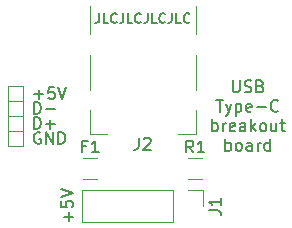
<source format=gto>
%TF.GenerationSoftware,KiCad,Pcbnew,5.1.6*%
%TF.CreationDate,2020-09-10T19:59:46+02:00*%
%TF.ProjectId,usbc-breakout,75736263-2d62-4726-9561-6b6f75742e6b,rev?*%
%TF.SameCoordinates,Original*%
%TF.FileFunction,Legend,Top*%
%TF.FilePolarity,Positive*%
%FSLAX46Y46*%
G04 Gerber Fmt 4.6, Leading zero omitted, Abs format (unit mm)*
G04 Created by KiCad (PCBNEW 5.1.6) date 2020-09-10 19:59:46*
%MOMM*%
%LPD*%
G01*
G04 APERTURE LIST*
%ADD10C,0.150000*%
%ADD11C,0.120000*%
%ADD12R,0.400000X1.300000*%
%ADD13O,1.100000X1.700000*%
%ADD14R,0.300000X1.100000*%
%ADD15C,0.700000*%
%ADD16C,0.800000*%
%ADD17C,4.500000*%
%ADD18O,1.800000X1.800000*%
%ADD19R,1.800000X1.800000*%
G04 APERTURE END LIST*
D10*
X71128095Y-70002380D02*
X71128095Y-70811904D01*
X71175714Y-70907142D01*
X71223333Y-70954761D01*
X71318571Y-71002380D01*
X71509047Y-71002380D01*
X71604285Y-70954761D01*
X71651904Y-70907142D01*
X71699523Y-70811904D01*
X71699523Y-70002380D01*
X72128095Y-70954761D02*
X72270952Y-71002380D01*
X72509047Y-71002380D01*
X72604285Y-70954761D01*
X72651904Y-70907142D01*
X72699523Y-70811904D01*
X72699523Y-70716666D01*
X72651904Y-70621428D01*
X72604285Y-70573809D01*
X72509047Y-70526190D01*
X72318571Y-70478571D01*
X72223333Y-70430952D01*
X72175714Y-70383333D01*
X72128095Y-70288095D01*
X72128095Y-70192857D01*
X72175714Y-70097619D01*
X72223333Y-70050000D01*
X72318571Y-70002380D01*
X72556666Y-70002380D01*
X72699523Y-70050000D01*
X73461428Y-70478571D02*
X73604285Y-70526190D01*
X73651904Y-70573809D01*
X73699523Y-70669047D01*
X73699523Y-70811904D01*
X73651904Y-70907142D01*
X73604285Y-70954761D01*
X73509047Y-71002380D01*
X73128095Y-71002380D01*
X73128095Y-70002380D01*
X73461428Y-70002380D01*
X73556666Y-70050000D01*
X73604285Y-70097619D01*
X73651904Y-70192857D01*
X73651904Y-70288095D01*
X73604285Y-70383333D01*
X73556666Y-70430952D01*
X73461428Y-70478571D01*
X73128095Y-70478571D01*
X69723333Y-71652380D02*
X70294761Y-71652380D01*
X70009047Y-72652380D02*
X70009047Y-71652380D01*
X70532857Y-71985714D02*
X70770952Y-72652380D01*
X71009047Y-71985714D02*
X70770952Y-72652380D01*
X70675714Y-72890476D01*
X70628095Y-72938095D01*
X70532857Y-72985714D01*
X71390000Y-71985714D02*
X71390000Y-72985714D01*
X71390000Y-72033333D02*
X71485238Y-71985714D01*
X71675714Y-71985714D01*
X71770952Y-72033333D01*
X71818571Y-72080952D01*
X71866190Y-72176190D01*
X71866190Y-72461904D01*
X71818571Y-72557142D01*
X71770952Y-72604761D01*
X71675714Y-72652380D01*
X71485238Y-72652380D01*
X71390000Y-72604761D01*
X72675714Y-72604761D02*
X72580476Y-72652380D01*
X72390000Y-72652380D01*
X72294761Y-72604761D01*
X72247142Y-72509523D01*
X72247142Y-72128571D01*
X72294761Y-72033333D01*
X72390000Y-71985714D01*
X72580476Y-71985714D01*
X72675714Y-72033333D01*
X72723333Y-72128571D01*
X72723333Y-72223809D01*
X72247142Y-72319047D01*
X73151904Y-72271428D02*
X73913809Y-72271428D01*
X74961428Y-72557142D02*
X74913809Y-72604761D01*
X74770952Y-72652380D01*
X74675714Y-72652380D01*
X74532857Y-72604761D01*
X74437619Y-72509523D01*
X74390000Y-72414285D01*
X74342380Y-72223809D01*
X74342380Y-72080952D01*
X74390000Y-71890476D01*
X74437619Y-71795238D01*
X74532857Y-71700000D01*
X74675714Y-71652380D01*
X74770952Y-71652380D01*
X74913809Y-71700000D01*
X74961428Y-71747619D01*
X69390000Y-74302380D02*
X69390000Y-73302380D01*
X69390000Y-73683333D02*
X69485238Y-73635714D01*
X69675714Y-73635714D01*
X69770952Y-73683333D01*
X69818571Y-73730952D01*
X69866190Y-73826190D01*
X69866190Y-74111904D01*
X69818571Y-74207142D01*
X69770952Y-74254761D01*
X69675714Y-74302380D01*
X69485238Y-74302380D01*
X69390000Y-74254761D01*
X70294761Y-74302380D02*
X70294761Y-73635714D01*
X70294761Y-73826190D02*
X70342380Y-73730952D01*
X70390000Y-73683333D01*
X70485238Y-73635714D01*
X70580476Y-73635714D01*
X71294761Y-74254761D02*
X71199523Y-74302380D01*
X71009047Y-74302380D01*
X70913809Y-74254761D01*
X70866190Y-74159523D01*
X70866190Y-73778571D01*
X70913809Y-73683333D01*
X71009047Y-73635714D01*
X71199523Y-73635714D01*
X71294761Y-73683333D01*
X71342380Y-73778571D01*
X71342380Y-73873809D01*
X70866190Y-73969047D01*
X72199523Y-74302380D02*
X72199523Y-73778571D01*
X72151904Y-73683333D01*
X72056666Y-73635714D01*
X71866190Y-73635714D01*
X71770952Y-73683333D01*
X72199523Y-74254761D02*
X72104285Y-74302380D01*
X71866190Y-74302380D01*
X71770952Y-74254761D01*
X71723333Y-74159523D01*
X71723333Y-74064285D01*
X71770952Y-73969047D01*
X71866190Y-73921428D01*
X72104285Y-73921428D01*
X72199523Y-73873809D01*
X72675714Y-74302380D02*
X72675714Y-73302380D01*
X72770952Y-73921428D02*
X73056666Y-74302380D01*
X73056666Y-73635714D02*
X72675714Y-74016666D01*
X73628095Y-74302380D02*
X73532857Y-74254761D01*
X73485238Y-74207142D01*
X73437619Y-74111904D01*
X73437619Y-73826190D01*
X73485238Y-73730952D01*
X73532857Y-73683333D01*
X73628095Y-73635714D01*
X73770952Y-73635714D01*
X73866190Y-73683333D01*
X73913809Y-73730952D01*
X73961428Y-73826190D01*
X73961428Y-74111904D01*
X73913809Y-74207142D01*
X73866190Y-74254761D01*
X73770952Y-74302380D01*
X73628095Y-74302380D01*
X74818571Y-73635714D02*
X74818571Y-74302380D01*
X74390000Y-73635714D02*
X74390000Y-74159523D01*
X74437619Y-74254761D01*
X74532857Y-74302380D01*
X74675714Y-74302380D01*
X74770952Y-74254761D01*
X74818571Y-74207142D01*
X75151904Y-73635714D02*
X75532857Y-73635714D01*
X75294761Y-73302380D02*
X75294761Y-74159523D01*
X75342380Y-74254761D01*
X75437619Y-74302380D01*
X75532857Y-74302380D01*
X70509047Y-75952380D02*
X70509047Y-74952380D01*
X70509047Y-75333333D02*
X70604285Y-75285714D01*
X70794761Y-75285714D01*
X70890000Y-75333333D01*
X70937619Y-75380952D01*
X70985238Y-75476190D01*
X70985238Y-75761904D01*
X70937619Y-75857142D01*
X70890000Y-75904761D01*
X70794761Y-75952380D01*
X70604285Y-75952380D01*
X70509047Y-75904761D01*
X71556666Y-75952380D02*
X71461428Y-75904761D01*
X71413809Y-75857142D01*
X71366190Y-75761904D01*
X71366190Y-75476190D01*
X71413809Y-75380952D01*
X71461428Y-75333333D01*
X71556666Y-75285714D01*
X71699523Y-75285714D01*
X71794761Y-75333333D01*
X71842380Y-75380952D01*
X71890000Y-75476190D01*
X71890000Y-75761904D01*
X71842380Y-75857142D01*
X71794761Y-75904761D01*
X71699523Y-75952380D01*
X71556666Y-75952380D01*
X72747142Y-75952380D02*
X72747142Y-75428571D01*
X72699523Y-75333333D01*
X72604285Y-75285714D01*
X72413809Y-75285714D01*
X72318571Y-75333333D01*
X72747142Y-75904761D02*
X72651904Y-75952380D01*
X72413809Y-75952380D01*
X72318571Y-75904761D01*
X72270952Y-75809523D01*
X72270952Y-75714285D01*
X72318571Y-75619047D01*
X72413809Y-75571428D01*
X72651904Y-75571428D01*
X72747142Y-75523809D01*
X73223333Y-75952380D02*
X73223333Y-75285714D01*
X73223333Y-75476190D02*
X73270952Y-75380952D01*
X73318571Y-75333333D01*
X73413809Y-75285714D01*
X73509047Y-75285714D01*
X74270952Y-75952380D02*
X74270952Y-74952380D01*
X74270952Y-75904761D02*
X74175714Y-75952380D01*
X73985238Y-75952380D01*
X73890000Y-75904761D01*
X73842380Y-75857142D01*
X73794761Y-75761904D01*
X73794761Y-75476190D01*
X73842380Y-75380952D01*
X73890000Y-75333333D01*
X73985238Y-75285714D01*
X74175714Y-75285714D01*
X74270952Y-75333333D01*
X59804761Y-64331904D02*
X59804761Y-64903333D01*
X59766666Y-65017619D01*
X59690476Y-65093809D01*
X59576190Y-65131904D01*
X59500000Y-65131904D01*
X60566666Y-65131904D02*
X60185714Y-65131904D01*
X60185714Y-64331904D01*
X61290476Y-65055714D02*
X61252380Y-65093809D01*
X61138095Y-65131904D01*
X61061904Y-65131904D01*
X60947619Y-65093809D01*
X60871428Y-65017619D01*
X60833333Y-64941428D01*
X60795238Y-64789047D01*
X60795238Y-64674761D01*
X60833333Y-64522380D01*
X60871428Y-64446190D01*
X60947619Y-64370000D01*
X61061904Y-64331904D01*
X61138095Y-64331904D01*
X61252380Y-64370000D01*
X61290476Y-64408095D01*
X61861904Y-64331904D02*
X61861904Y-64903333D01*
X61823809Y-65017619D01*
X61747619Y-65093809D01*
X61633333Y-65131904D01*
X61557142Y-65131904D01*
X62623809Y-65131904D02*
X62242857Y-65131904D01*
X62242857Y-64331904D01*
X63347619Y-65055714D02*
X63309523Y-65093809D01*
X63195238Y-65131904D01*
X63119047Y-65131904D01*
X63004761Y-65093809D01*
X62928571Y-65017619D01*
X62890476Y-64941428D01*
X62852380Y-64789047D01*
X62852380Y-64674761D01*
X62890476Y-64522380D01*
X62928571Y-64446190D01*
X63004761Y-64370000D01*
X63119047Y-64331904D01*
X63195238Y-64331904D01*
X63309523Y-64370000D01*
X63347619Y-64408095D01*
X63919047Y-64331904D02*
X63919047Y-64903333D01*
X63880952Y-65017619D01*
X63804761Y-65093809D01*
X63690476Y-65131904D01*
X63614285Y-65131904D01*
X64680952Y-65131904D02*
X64300000Y-65131904D01*
X64300000Y-64331904D01*
X65404761Y-65055714D02*
X65366666Y-65093809D01*
X65252380Y-65131904D01*
X65176190Y-65131904D01*
X65061904Y-65093809D01*
X64985714Y-65017619D01*
X64947619Y-64941428D01*
X64909523Y-64789047D01*
X64909523Y-64674761D01*
X64947619Y-64522380D01*
X64985714Y-64446190D01*
X65061904Y-64370000D01*
X65176190Y-64331904D01*
X65252380Y-64331904D01*
X65366666Y-64370000D01*
X65404761Y-64408095D01*
X65976190Y-64331904D02*
X65976190Y-64903333D01*
X65938095Y-65017619D01*
X65861904Y-65093809D01*
X65747619Y-65131904D01*
X65671428Y-65131904D01*
X66738095Y-65131904D02*
X66357142Y-65131904D01*
X66357142Y-64331904D01*
X67461904Y-65055714D02*
X67423809Y-65093809D01*
X67309523Y-65131904D01*
X67233333Y-65131904D01*
X67119047Y-65093809D01*
X67042857Y-65017619D01*
X67004761Y-64941428D01*
X66966666Y-64789047D01*
X66966666Y-64674761D01*
X67004761Y-64522380D01*
X67042857Y-64446190D01*
X67119047Y-64370000D01*
X67233333Y-64331904D01*
X67309523Y-64331904D01*
X67423809Y-64370000D01*
X67461904Y-64408095D01*
D11*
X52070000Y-74295000D02*
X53340000Y-74295000D01*
X52070000Y-73025000D02*
X53340000Y-73025000D01*
X52070000Y-71755000D02*
X53340000Y-71755000D01*
X52070000Y-75565000D02*
X52070000Y-70485000D01*
X53340000Y-75565000D02*
X52070000Y-75565000D01*
X53340000Y-70485000D02*
X53340000Y-75565000D01*
X52070000Y-70485000D02*
X53340000Y-70485000D01*
D10*
X54834404Y-74430000D02*
X54739166Y-74382380D01*
X54596309Y-74382380D01*
X54453452Y-74430000D01*
X54358214Y-74525238D01*
X54310595Y-74620476D01*
X54262976Y-74810952D01*
X54262976Y-74953809D01*
X54310595Y-75144285D01*
X54358214Y-75239523D01*
X54453452Y-75334761D01*
X54596309Y-75382380D01*
X54691547Y-75382380D01*
X54834404Y-75334761D01*
X54882023Y-75287142D01*
X54882023Y-74953809D01*
X54691547Y-74953809D01*
X55310595Y-75382380D02*
X55310595Y-74382380D01*
X55882023Y-75382380D01*
X55882023Y-74382380D01*
X56358214Y-75382380D02*
X56358214Y-74382380D01*
X56596309Y-74382380D01*
X56739166Y-74430000D01*
X56834404Y-74525238D01*
X56882023Y-74620476D01*
X56929642Y-74810952D01*
X56929642Y-74953809D01*
X56882023Y-75144285D01*
X56834404Y-75239523D01*
X56739166Y-75334761D01*
X56596309Y-75382380D01*
X56358214Y-75382380D01*
X54310595Y-74112380D02*
X54310595Y-73112380D01*
X54548690Y-73112380D01*
X54691547Y-73160000D01*
X54786785Y-73255238D01*
X54834404Y-73350476D01*
X54882023Y-73540952D01*
X54882023Y-73683809D01*
X54834404Y-73874285D01*
X54786785Y-73969523D01*
X54691547Y-74064761D01*
X54548690Y-74112380D01*
X54310595Y-74112380D01*
X55310595Y-73731428D02*
X56072500Y-73731428D01*
X55691547Y-74112380D02*
X55691547Y-73350476D01*
X54310595Y-72842380D02*
X54310595Y-71842380D01*
X54548690Y-71842380D01*
X54691547Y-71890000D01*
X54786785Y-71985238D01*
X54834404Y-72080476D01*
X54882023Y-72270952D01*
X54882023Y-72413809D01*
X54834404Y-72604285D01*
X54786785Y-72699523D01*
X54691547Y-72794761D01*
X54548690Y-72842380D01*
X54310595Y-72842380D01*
X55310595Y-72461428D02*
X56072500Y-72461428D01*
X54310595Y-71191428D02*
X55072500Y-71191428D01*
X54691547Y-71572380D02*
X54691547Y-70810476D01*
X56024880Y-70572380D02*
X55548690Y-70572380D01*
X55501071Y-71048571D01*
X55548690Y-71000952D01*
X55643928Y-70953333D01*
X55882023Y-70953333D01*
X55977261Y-71000952D01*
X56024880Y-71048571D01*
X56072500Y-71143809D01*
X56072500Y-71381904D01*
X56024880Y-71477142D01*
X55977261Y-71524761D01*
X55882023Y-71572380D01*
X55643928Y-71572380D01*
X55548690Y-71524761D01*
X55501071Y-71477142D01*
X56358214Y-70572380D02*
X56691547Y-71572380D01*
X57024880Y-70572380D01*
X57221428Y-81930714D02*
X57221428Y-81168809D01*
X57602380Y-81549761D02*
X56840476Y-81549761D01*
X56602380Y-80216428D02*
X56602380Y-80692619D01*
X57078571Y-80740238D01*
X57030952Y-80692619D01*
X56983333Y-80597380D01*
X56983333Y-80359285D01*
X57030952Y-80264047D01*
X57078571Y-80216428D01*
X57173809Y-80168809D01*
X57411904Y-80168809D01*
X57507142Y-80216428D01*
X57554761Y-80264047D01*
X57602380Y-80359285D01*
X57602380Y-80597380D01*
X57554761Y-80692619D01*
X57507142Y-80740238D01*
X56602380Y-79883095D02*
X57602380Y-79549761D01*
X56602380Y-79216428D01*
D11*
%TO.C,J2*%
X59010000Y-67850000D02*
X59010000Y-70850000D01*
X67990000Y-70850000D02*
X67990000Y-67850000D01*
X59010000Y-74500000D02*
X60500000Y-74500000D01*
X67990000Y-74500000D02*
X67990000Y-72500000D01*
X66500000Y-74500000D02*
X67990000Y-74500000D01*
X59010000Y-72500000D02*
X59010000Y-74500000D01*
X59010000Y-63710000D02*
X59010000Y-66050000D01*
X67990000Y-66050000D02*
X67990000Y-63710000D01*
%TO.C,R1*%
X67342936Y-78380000D02*
X68547064Y-78380000D01*
X67342936Y-76560000D02*
X68547064Y-76560000D01*
%TO.C,J1*%
X58360000Y-79315000D02*
X58360000Y-81975000D01*
X66040000Y-79315000D02*
X58360000Y-79315000D01*
X66040000Y-81975000D02*
X58360000Y-81975000D01*
X66040000Y-79315000D02*
X66040000Y-81975000D01*
X67310000Y-79315000D02*
X68640000Y-79315000D01*
X68640000Y-79315000D02*
X68640000Y-80645000D01*
%TO.C,F1*%
X58452936Y-78380000D02*
X59657064Y-78380000D01*
X58452936Y-76560000D02*
X59657064Y-76560000D01*
%TO.C,J2*%
D10*
X63166666Y-74852380D02*
X63166666Y-75566666D01*
X63119047Y-75709523D01*
X63023809Y-75804761D01*
X62880952Y-75852380D01*
X62785714Y-75852380D01*
X63595238Y-74947619D02*
X63642857Y-74900000D01*
X63738095Y-74852380D01*
X63976190Y-74852380D01*
X64071428Y-74900000D01*
X64119047Y-74947619D01*
X64166666Y-75042857D01*
X64166666Y-75138095D01*
X64119047Y-75280952D01*
X63547619Y-75852380D01*
X64166666Y-75852380D01*
%TO.C,R1*%
X67778333Y-76102380D02*
X67445000Y-75626190D01*
X67206904Y-76102380D02*
X67206904Y-75102380D01*
X67587857Y-75102380D01*
X67683095Y-75150000D01*
X67730714Y-75197619D01*
X67778333Y-75292857D01*
X67778333Y-75435714D01*
X67730714Y-75530952D01*
X67683095Y-75578571D01*
X67587857Y-75626190D01*
X67206904Y-75626190D01*
X68730714Y-76102380D02*
X68159285Y-76102380D01*
X68445000Y-76102380D02*
X68445000Y-75102380D01*
X68349761Y-75245238D01*
X68254523Y-75340476D01*
X68159285Y-75388095D01*
%TO.C,J1*%
X69092380Y-80978333D02*
X69806666Y-80978333D01*
X69949523Y-81025952D01*
X70044761Y-81121190D01*
X70092380Y-81264047D01*
X70092380Y-81359285D01*
X70092380Y-79978333D02*
X70092380Y-80549761D01*
X70092380Y-80264047D02*
X69092380Y-80264047D01*
X69235238Y-80359285D01*
X69330476Y-80454523D01*
X69378095Y-80549761D01*
%TO.C,F1*%
X58721666Y-75578571D02*
X58388333Y-75578571D01*
X58388333Y-76102380D02*
X58388333Y-75102380D01*
X58864523Y-75102380D01*
X59769285Y-76102380D02*
X59197857Y-76102380D01*
X59483571Y-76102380D02*
X59483571Y-75102380D01*
X59388333Y-75245238D01*
X59293095Y-75340476D01*
X59197857Y-75388095D01*
%TD*%
%LPC*%
D12*
%TO.C,J2*%
X60750000Y-74080000D03*
X61250000Y-74080000D03*
X61750000Y-74080000D03*
X62250000Y-74080000D03*
X62750000Y-74080000D03*
X63250000Y-74080000D03*
X63750000Y-74080000D03*
X64250000Y-74080000D03*
X64750000Y-74080000D03*
X65250000Y-74080000D03*
X65750000Y-74080000D03*
X66250000Y-74080000D03*
D13*
X59230000Y-66950000D03*
X67770000Y-66950000D03*
X67770000Y-71680000D03*
X59230000Y-71680000D03*
D14*
X63500000Y-66400000D03*
X63500000Y-69500000D03*
D15*
X63100000Y-72830000D03*
X63900000Y-72830000D03*
X62300000Y-72830000D03*
X64700000Y-72830000D03*
X61500000Y-72830000D03*
X65500000Y-72830000D03*
X60700000Y-72830000D03*
X65100000Y-72120000D03*
X61900000Y-72120000D03*
X64300000Y-72120000D03*
X62700000Y-72120000D03*
X66300000Y-72830000D03*
X61100000Y-72120000D03*
X65900000Y-72120000D03*
%TD*%
D16*
%TO.C,REF\u002A\u002A*%
X74191726Y-78208274D03*
X73025000Y-77725000D03*
X71858274Y-78208274D03*
X71375000Y-79375000D03*
X71858274Y-80541726D03*
X73025000Y-81025000D03*
X74191726Y-80541726D03*
X74675000Y-79375000D03*
D17*
X73025000Y-79375000D03*
%TD*%
D16*
%TO.C,REF\u002A\u002A*%
X55141726Y-78208274D03*
X53975000Y-77725000D03*
X52808274Y-78208274D03*
X52325000Y-79375000D03*
X52808274Y-80541726D03*
X53975000Y-81025000D03*
X55141726Y-80541726D03*
X55625000Y-79375000D03*
D17*
X53975000Y-79375000D03*
%TD*%
D16*
%TO.C,REF\u002A\u002A*%
X74191726Y-65508274D03*
X73025000Y-65025000D03*
X71858274Y-65508274D03*
X71375000Y-66675000D03*
X71858274Y-67841726D03*
X73025000Y-68325000D03*
X74191726Y-67841726D03*
X74675000Y-66675000D03*
D17*
X73025000Y-66675000D03*
%TD*%
%TO.C,REF\u002A\u002A*%
X53975000Y-66675000D03*
D16*
X55625000Y-66675000D03*
X55141726Y-67841726D03*
X53975000Y-68325000D03*
X52808274Y-67841726D03*
X52325000Y-66675000D03*
X52808274Y-65508274D03*
X53975000Y-65025000D03*
X55141726Y-65508274D03*
%TD*%
%TO.C,R1*%
G36*
G01*
X65695000Y-78127456D02*
X65695000Y-76812544D01*
G75*
G02*
X65962544Y-76545000I267544J0D01*
G01*
X66952456Y-76545000D01*
G75*
G02*
X67220000Y-76812544I0J-267544D01*
G01*
X67220000Y-78127456D01*
G75*
G02*
X66952456Y-78395000I-267544J0D01*
G01*
X65962544Y-78395000D01*
G75*
G02*
X65695000Y-78127456I0J267544D01*
G01*
G37*
G36*
G01*
X68670000Y-78127456D02*
X68670000Y-76812544D01*
G75*
G02*
X68937544Y-76545000I267544J0D01*
G01*
X69927456Y-76545000D01*
G75*
G02*
X70195000Y-76812544I0J-267544D01*
G01*
X70195000Y-78127456D01*
G75*
G02*
X69927456Y-78395000I-267544J0D01*
G01*
X68937544Y-78395000D01*
G75*
G02*
X68670000Y-78127456I0J267544D01*
G01*
G37*
%TD*%
D18*
%TO.C,J1*%
X59690000Y-80645000D03*
X62230000Y-80645000D03*
X64770000Y-80645000D03*
D19*
X67310000Y-80645000D03*
%TD*%
%TO.C,F1*%
G36*
G01*
X56805000Y-78127456D02*
X56805000Y-76812544D01*
G75*
G02*
X57072544Y-76545000I267544J0D01*
G01*
X58062456Y-76545000D01*
G75*
G02*
X58330000Y-76812544I0J-267544D01*
G01*
X58330000Y-78127456D01*
G75*
G02*
X58062456Y-78395000I-267544J0D01*
G01*
X57072544Y-78395000D01*
G75*
G02*
X56805000Y-78127456I0J267544D01*
G01*
G37*
G36*
G01*
X59780000Y-78127456D02*
X59780000Y-76812544D01*
G75*
G02*
X60047544Y-76545000I267544J0D01*
G01*
X61037456Y-76545000D01*
G75*
G02*
X61305000Y-76812544I0J-267544D01*
G01*
X61305000Y-78127456D01*
G75*
G02*
X61037456Y-78395000I-267544J0D01*
G01*
X60047544Y-78395000D01*
G75*
G02*
X59780000Y-78127456I0J267544D01*
G01*
G37*
%TD*%
M02*

</source>
